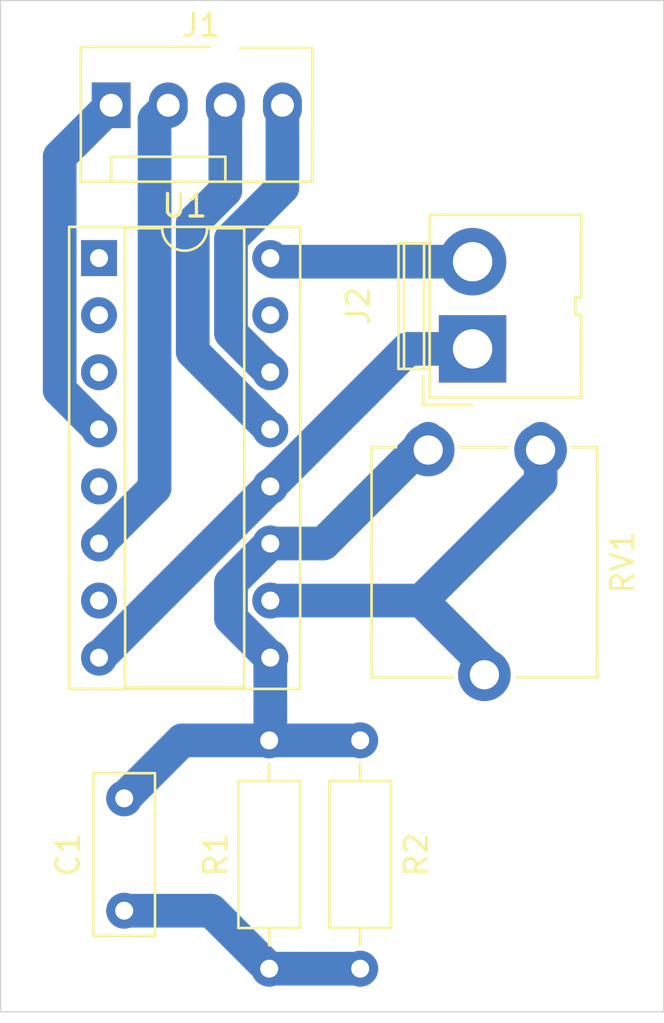
<source format=kicad_pcb>
(kicad_pcb (version 20240108) (generator "pcbnew") (generator_version "8.0")
  (layers (0 "F.Cu" signal) (31 "B.Cu" signal) (34 "B.Paste" user) (35 "F.Paste" user) (36 "B.SilkS" user "B.Silkscreen") (37 "F.SilkS" user "F.Silkscreen") (38 "B.Mask" user) (39 "F.Mask" user) (44 "Edge.Cuts" user))
  (net 0 "")
  (net 1 "Net-(C1-Pad1)")
  (net 2 "Net-(U1-~{Φ0})")
  (net 3 "Net-(J1-Pin_4)")
  (net 4 "Net-(J1-Pin_3)")
  (net 5 "Net-(J1-Pin_1)")
  (net 6 "Net-(J1-Pin_2)")
  (net 7 "VCC")
  (net 8 "GND")
  (net 9 "Net-(U1-Φ0)")
  (footprint "Resistor_THT:R_Axial_DIN0207_L6.3mm_D2.5mm_P10.16mm_Horizontal" (layer "F.Cu") (at 140.5 99.58 90)
    (property "Reference" "R2" (at 5.08 2.5 90) (layer "F.SilkS"))
    (property "Value" "123K6")
    (fp_line (start 8.35 -1.37) (end 1.81 -1.37) (stroke (width 0.12)) (layer "F.SilkS"))
    (fp_line (start 1.81 -1.37) (end 1.81 1.37) (stroke (width 0.12)) (layer "F.SilkS"))
    (fp_line (start 9.12 0) (end 8.35 0) (stroke (width 0.12)) (layer "F.SilkS"))
    (fp_line (start 1.04 0) (end 1.81 0) (stroke (width 0.12)) (layer "F.SilkS"))
    (fp_line (start 8.35 1.37) (end 8.35 -1.37) (stroke (width 0.12)) (layer "F.SilkS"))
    (fp_line (start 1.81 1.37) (end 8.35 1.37) (stroke (width 0.12)) (layer "F.SilkS"))
    (pad "1" thru_hole circle (at 0 0 90) (size 1.6 1.6) (drill 0.8) (layers "*.Cu" "*.Mask") (net 1 "Net-(C1-Pad1)"))
    (pad "2" thru_hole oval (at 10.16 0 90) (size 1.6 1.6) (drill 0.8) (layers "*.Cu" "*.Mask") (net 2 "Net-(U1-~{Φ0})"))
  )
  (footprint "Potentiometer_THT:Potentiometer_ACP_CA9-V10_Vertical" (layer "F.Cu") (at 143.525 76.5 -90)
    (property "Reference" "RV1" (at 5 -8.65 90) (layer "F.SilkS"))
    (property "Value" "R_Potentiometer_Small")
    (fp_line (start -0.12 2.52) (end 10.12 2.52) (stroke (width 0.12)) (layer "F.SilkS"))
    (fp_line (start -0.12 1.425) (end -0.12 2.52) (stroke (width 0.12)) (layer "F.SilkS"))
    (fp_line (start 10.12 -1.075) (end 10.12 2.52) (stroke (width 0.12)) (layer "F.SilkS"))
    (fp_line (start -0.12 -3.574) (end -0.12 -1.425) (stroke (width 0.12)) (layer "F.SilkS"))
    (fp_line (start -0.12 -7.521) (end -0.12 -6.426) (stroke (width 0.12)) (layer "F.SilkS"))
    (fp_line (start -0.12 -7.521) (end 10.12 -7.521) (stroke (width 0.12)) (layer "F.SilkS"))
    (fp_line (start 10.12 -7.521) (end 10.12 -3.925) (stroke (width 0.12)) (layer "F.SilkS"))
    (pad "1" thru_hole circle (at 0 0 270) (size 2.34 2.34) (drill 1.3) (layers "*.Cu" "*.Mask") (net 2 "Net-(U1-~{Φ0})"))
    (pad "2" thru_hole circle (at 10 -2.5 270) (size 2.34 2.34) (drill 1.3) (layers "*.Cu" "*.Mask") (net 9 "Net-(U1-Φ0)"))
    (pad "3" thru_hole circle (at 0 -5 270) (size 2.34 2.34) (drill 1.3) (layers "*.Cu" "*.Mask") (net 9 "Net-(U1-Φ0)"))
  )
  (footprint "Connector:JWT_A3963_1x02_P3.96mm_Vertical" (layer "F.Cu") (at 145.5 72 90)
    (property "Reference" "J2" (at 1.91 -5.08 90) (layer "F.SilkS"))
    (property "Value" "Conn_01x02_Socket")
    (fp_line (start -0.89 -3.3) (end 4.7 -3.3) (stroke (width 0.12)) (layer "F.SilkS"))
    (fp_line (start -0.89 -3.05) (end 4.7 -3.05) (stroke (width 0.12)) (layer "F.SilkS"))
    (fp_line (start -1.2 -2.2) (end -2.5 -2.2) (stroke (width 0.12)) (layer "F.SilkS"))
    (fp_line (start -2.5 -2.2) (end -2.5 0) (stroke (width 0.12)) (layer "F.SilkS"))
    (fp_line (start -0.89 -2.16) (end 4.7 -2.16) (stroke (width 0.12)) (layer "F.SilkS"))
    (fp_line (start 5.97 -1.91) (end 5.97 0) (stroke (width 0.12)) (layer "F.SilkS"))
    (fp_line (start 4.7 -1.91) (end 4.7 -3.3) (stroke (width 0.12)) (layer "F.SilkS"))
    (fp_line (start -0.89 -1.91) (end -0.89 -3.3) (stroke (width 0.12)) (layer "F.SilkS"))
    (fp_line (start -2.16 -1.91) (end 5.97 -1.91) (stroke (width 0.12)) (layer "F.SilkS"))
    (fp_line (start -2.16 -1.91) (end -2.16 0) (stroke (width 0.12)) (layer "F.SilkS"))
    (fp_line (start -2.16 0) (end -2.16 4.83) (stroke (width 0.12)) (layer "F.SilkS"))
    (fp_line (start 2.29 4.57) (end 2.29 4.83) (stroke (width 0.12)) (layer "F.SilkS"))
    (fp_line (start 1.52 4.57) (end 2.29 4.57) (stroke (width 0.12)) (layer "F.SilkS"))
    (fp_line (start 5.97 4.83) (end 5.97 0) (stroke (width 0.12)) (layer "F.SilkS"))
    (fp_line (start 2.29 4.83) (end 5.97 4.83) (stroke (width 0.12)) (layer "F.SilkS"))
    (fp_line (start 1.52 4.83) (end 1.52 4.57) (stroke (width 0.12)) (layer "F.SilkS"))
    (fp_line (start 1.52 4.83) (end -2.16 4.83) (stroke (width 0.12)) (layer "F.SilkS"))
    (pad "1" thru_hole rect (at 0 0 90) (size 3 3) (drill 1.75) (layers "*.Cu" "*.Mask") (net 8 "GND"))
    (pad "2" thru_hole circle (at 3.88 0 90) (size 3 3) (drill 1.75) (layers "*.Cu" "*.Mask") (net 7 "VCC"))
  )
  (footprint "Package_DIP:DIP-16_W7.62mm_Socket" (layer "F.Cu") (at 128.88 67.96)
    (property "Reference" "U1" (at 3.81 -2.33 0) (layer "F.SilkS"))
    (property "Value" "74HC4060")
    (fp_line (start -1.33 -1.39) (end -1.33 19.17) (stroke (width 0.12)) (layer "F.SilkS"))
    (fp_line (start -1.33 19.17) (end 8.95 19.17) (stroke (width 0.12)) (layer "F.SilkS"))
    (fp_line (start 1.16 -1.33) (end 1.16 19.11) (stroke (width 0.12)) (layer "F.SilkS"))
    (fp_line (start 1.16 19.11) (end 6.46 19.11) (stroke (width 0.12)) (layer "F.SilkS"))
    (fp_line (start 2.81 -1.33) (end 1.16 -1.33) (stroke (width 0.12)) (layer "F.SilkS"))
    (fp_line (start 6.46 -1.33) (end 4.81 -1.33) (stroke (width 0.12)) (layer "F.SilkS"))
    (fp_line (start 6.46 19.11) (end 6.46 -1.33) (stroke (width 0.12)) (layer "F.SilkS"))
    (fp_line (start 8.95 -1.39) (end -1.33 -1.39) (stroke (width 0.12)) (layer "F.SilkS"))
    (fp_line (start 8.95 19.17) (end 8.95 -1.39) (stroke (width 0.12)) (layer "F.SilkS"))
    (fp_arc (start 4.81 -1.33) (mid 3.81 -0.33) (end 2.81 -1.33) (stroke (width 0.12)) (layer "F.SilkS"))
    (pad "1" thru_hole rect (at 0 0) (size 1.6 1.6) (drill 0.8) (layers "*.Cu" "*.Mask"))
    (pad "2" thru_hole oval (at 0 2.54) (size 1.6 1.6) (drill 0.8) (layers "*.Cu" "*.Mask"))
    (pad "3" thru_hole oval (at 0 5.08) (size 1.6 1.6) (drill 0.8) (layers "*.Cu" "*.Mask"))
    (pad "4" thru_hole oval (at 0 7.62) (size 1.6 1.6) (drill 0.8) (layers "*.Cu" "*.Mask") (net 5 "Net-(J1-Pin_1)"))
    (pad "5" thru_hole oval (at 0 10.16) (size 1.6 1.6) (drill 0.8) (layers "*.Cu" "*.Mask"))
    (pad "6" thru_hole oval (at 0 12.7) (size 1.6 1.6) (drill 0.8) (layers "*.Cu" "*.Mask") (net 6 "Net-(J1-Pin_2)"))
    (pad "7" thru_hole oval (at 0 15.24) (size 1.6 1.6) (drill 0.8) (layers "*.Cu" "*.Mask"))
    (pad "8" thru_hole oval (at 0 17.78) (size 1.6 1.6) (drill 0.8) (layers "*.Cu" "*.Mask") (net 8 "GND"))
    (pad "9" thru_hole oval (at 7.62 17.78) (size 1.6 1.6) (drill 0.8) (layers "*.Cu" "*.Mask") (net 2 "Net-(U1-~{Φ0})"))
    (pad "10" thru_hole oval (at 7.62 15.24) (size 1.6 1.6) (drill 0.8) (layers "*.Cu" "*.Mask") (net 9 "Net-(U1-Φ0)"))
    (pad "11" thru_hole oval (at 7.62 12.7) (size 1.6 1.6) (drill 0.8) (layers "*.Cu" "*.Mask") (net 2 "Net-(U1-~{Φ0})"))
    (pad "12" thru_hole oval (at 7.62 10.16) (size 1.6 1.6) (drill 0.8) (layers "*.Cu" "*.Mask") (net 8 "GND"))
    (pad "13" thru_hole oval (at 7.62 7.62) (size 1.6 1.6) (drill 0.8) (layers "*.Cu" "*.Mask") (net 4 "Net-(J1-Pin_3)"))
    (pad "14" thru_hole oval (at 7.62 5.08) (size 1.6 1.6) (drill 0.8) (layers "*.Cu" "*.Mask") (net 3 "Net-(J1-Pin_4)"))
    (pad "15" thru_hole oval (at 7.62 2.54) (size 1.6 1.6) (drill 0.8) (layers "*.Cu" "*.Mask"))
    (pad "16" thru_hole oval (at 7.62 0) (size 1.6 1.6) (drill 0.8) (layers "*.Cu" "*.Mask") (net 7 "VCC"))
  )
  (footprint "Capacitor_THT:C_Disc_D7.0mm_W2.5mm_P5.00mm" (layer "F.Cu") (at 130 97 90)
    (property "Reference" "C1" (at 2.5 -2.5 90) (layer "F.SilkS"))
    (property "Value" "100 nF")
    (fp_line (start 6.12 -1.37) (end 6.12 1.37) (stroke (width 0.12)) (layer "F.SilkS"))
    (fp_line (start -1.12 -1.37) (end 6.12 -1.37) (stroke (width 0.12)) (layer "F.SilkS"))
    (fp_line (start -1.12 -1.37) (end -1.12 1.37) (stroke (width 0.12)) (layer "F.SilkS"))
    (fp_line (start -1.12 1.37) (end 6.12 1.37) (stroke (width 0.12)) (layer "F.SilkS"))
    (pad "1" thru_hole circle (at 0 0 90) (size 1.6 1.6) (drill 0.8) (layers "*.Cu" "*.Mask") (net 1 "Net-(C1-Pad1)"))
    (pad "2" thru_hole circle (at 5 0 90) (size 1.6 1.6) (drill 0.8) (layers "*.Cu" "*.Mask") (net 2 "Net-(U1-~{Φ0})"))
  )
  (footprint "Resistor_THT:R_Axial_DIN0207_L6.3mm_D2.5mm_P10.16mm_Horizontal" (layer "F.Cu") (at 136.45 99.58 90)
    (property "Reference" "R1" (at 5.08 -2.37 90) (layer "F.SilkS"))
    (property "Value" "R" (hide yes))
    (fp_line (start 8.35 -1.37) (end 1.81 -1.37) (stroke (width 0.12)) (layer "F.SilkS"))
    (fp_line (start 1.81 -1.37) (end 1.81 1.37) (stroke (width 0.12)) (layer "F.SilkS"))
    (fp_line (start 9.12 0) (end 8.35 0) (stroke (width 0.12)) (layer "F.SilkS"))
    (fp_line (start 1.04 0) (end 1.81 0) (stroke (width 0.12)) (layer "F.SilkS"))
    (fp_line (start 8.35 1.37) (end 8.35 -1.37) (stroke (width 0.12)) (layer "F.SilkS"))
    (fp_line (start 1.81 1.37) (end 8.35 1.37) (stroke (width 0.12)) (layer "F.SilkS"))
    (pad "1" thru_hole circle (at 0 0 90) (size 1.6 1.6) (drill 0.8) (layers "*.Cu" "*.Mask") (net 1 "Net-(C1-Pad1)"))
    (pad "2" thru_hole oval (at 10.16 0 90) (size 1.6 1.6) (drill 0.8) (layers "*.Cu" "*.Mask") (net 2 "Net-(U1-~{Φ0})"))
  )
  (footprint "Connector:FanPinHeader_1x04_P2.54mm_Vertical" (layer "F.Cu") (at 129.42 61.16)
    (property "Reference" "J1" (at 4 -3.55 0) (layer "F.SilkS"))
    (property "Value" "Conn_01x04_Socket")
    (fp_line (start -1.35 -2.6) (end 4.4 -2.6) (stroke (width 0.12)) (layer "F.SilkS"))
    (fp_line (start -1.35 3.4) (end -1.35 -2.6) (stroke (width 0.12)) (layer "F.SilkS"))
    (fp_line (start 0 2.29) (end 5.08 2.29) (stroke (width 0.12)) (layer "F.SilkS"))
    (fp_line (start 0 3.3) (end 0 2.29) (stroke (width 0.12)) (layer "F.SilkS"))
    (fp_line (start 5.08 2.29) (end 5.08 3.3) (stroke (width 0.12)) (layer "F.SilkS"))
    (fp_line (start 5.75 -2.55) (end 8.95 -2.55) (stroke (width 0.12)) (layer "F.SilkS"))
    (fp_line (start 8.95 -2.55) (end 8.95 3.4) (stroke (width 0.12)) (layer "F.SilkS"))
    (fp_line (start 8.95 3.4) (end -1.35 3.4) (stroke (width 0.12)) (layer "F.SilkS"))
    (pad "" np_thru_hole circle (at 5.08 -2.16 90) (size 1.1 1.1) (drill 1.1) (layers "*.Cu" "*.Mask"))
    (pad "1" thru_hole rect (at 0 0 90) (size 2.03 1.73) (drill 1.02) (layers "*.Cu" "*.Mask") (net 5 "Net-(J1-Pin_1)"))
    (pad "2" thru_hole oval (at 2.54 0 90) (size 2.03 1.73) (drill 1.02) (layers "*.Cu" "*.Mask") (net 6 "Net-(J1-Pin_2)"))
    (pad "3" thru_hole oval (at 5.08 0 90) (size 2.03 1.73) (drill 1.02) (layers "*.Cu" "*.Mask") (net 4 "Net-(J1-Pin_3)"))
    (pad "4" thru_hole oval (at 7.62 0 90) (size 2.03 1.73) (drill 1.02) (layers "*.Cu" "*.Mask") (net 3 "Net-(J1-Pin_4)"))
  )
  (gr_rect (start 124.5 56.5) (end 154 101.5) (stroke (width 0.05)) (fill none) (layer "Edge.Cuts"))
  (segment (start 136.45 99.58) (end 140.5 99.58) (width 1.5) (layer "B.Cu") (net 1))
  (segment (start 133.87 97) (end 136.45 99.58) (width 1.5) (layer "B.Cu") (net 1))
  (segment (start 130 97) (end 133.87 97) (width 1.5) (layer "B.Cu") (net 1))
  (segment (start 136.5 89.37) (end 136.45 89.42) (width 1.5) (layer "F.Cu") (net 2))
  (segment (start 134.75 82.41) (end 134.75 83.99) (width 1.5) (layer "B.Cu") (net 2))
  (segment (start 136.45 89.42) (end 132.58 89.42) (width 1.5) (layer "B.Cu") (net 2))
  (segment (start 138.865 80.66) (end 143.525 76) (width 1.5) (layer "B.Cu") (net 2))
  (segment (start 136.45 89.42) (end 140.5 89.42) (width 1.5) (layer "B.Cu") (net 2))
  (segment (start 136.5 80.66) (end 134.75 82.41) (width 1.5) (layer "B.Cu") (net 2))
  (segment (start 132.58 89.42) (end 130 92) (width 1.5) (layer "B.Cu") (net 2))
  (segment (start 136.5 85.74) (end 136.5 89.37) (width 1.5) (layer "B.Cu") (net 2))
  (segment (start 134.75 83.99) (end 136.5 85.74) (width 1.5) (layer "B.Cu") (net 2))
  (segment (start 136.5 80.66) (end 138.865 80.66) (width 1.5) (layer "B.Cu") (net 2))
  (segment (start 137.04 64.814874) (end 134.75 67.104874) (width 1.5) (layer "B.Cu") (net 3))
  (segment (start 134.75 67.104874) (end 134.75 71.29) (width 1.5) (layer "B.Cu") (net 3))
  (segment (start 137.04 61.16) (end 137.04 64.814874) (width 1.5) (layer "B.Cu") (net 3))
  (segment (start 134.75 71.29) (end 136.5 73.04) (width 1.5) (layer "B.Cu") (net 3))
  (segment (start 133.05 72.13) (end 136.5 75.58) (width 1.5) (layer "B.Cu") (net 4))
  (segment (start 134.5 64.95071) (end 133.05 66.40071) (width 1.5) (layer "B.Cu") (net 4))
  (segment (start 134.5 61.16) (end 134.5 64.95071) (width 1.5) (layer "B.Cu") (net 4))
  (segment (start 133.05 66.40071) (end 133.05 72.13) (width 1.5) (layer "B.Cu") (net 4))
  (segment (start 129.42 61.16) (end 127.13 63.45) (width 1.5) (layer "B.Cu") (net 5))
  (segment (start 127.13 73.83) (end 128.88 75.58) (width 1.5) (layer "B.Cu") (net 5))
  (segment (start 127.13 63.45) (end 127.13 73.83) (width 1.5) (layer "B.Cu") (net 5))
  (segment (start 131.35 78.19) (end 128.88 80.66) (width 1.5) (layer "B.Cu") (net 6))
  (segment (start 131.35 61.77) (end 131.35 78.19) (width 1.5) (layer "B.Cu") (net 6))
  (segment (start 131.96 61.16) (end 131.35 61.77) (width 1.5) (layer "B.Cu") (net 6))
  (segment (start 136.66 68.12) (end 136.5 67.96) (width 1.5) (layer "F.Cu") (net 7))
  (segment (start 145.5 68.12) (end 136.66 68.12) (width 1.5) (layer "B.Cu") (net 7))
  (segment (start 128.88 85.74) (end 136.5 78.12) (width 1.5) (layer "B.Cu") (net 8))
  (segment (start 136.5 78.12) (end 142.62 72) (width 1.5) (layer "B.Cu") (net 8))
  (segment (start 142.62 72) (end 145.5 72) (width 1.5) (layer "B.Cu") (net 8))
  (segment (start 148.525 76) (end 148.525 77.9) (width 1.5) (layer "B.Cu") (net 9))
  (segment (start 136.5 83.2) (end 143.225 83.2) (width 1.5) (layer "B.Cu") (net 9))
  (segment (start 143.225 83.2) (end 146.025 86) (width 1.5) (layer "B.Cu") (net 9))
  (segment (start 148.525 77.9) (end 143.225 83.2) (width 1.5) (layer "B.Cu") (net 9))
)
</source>
